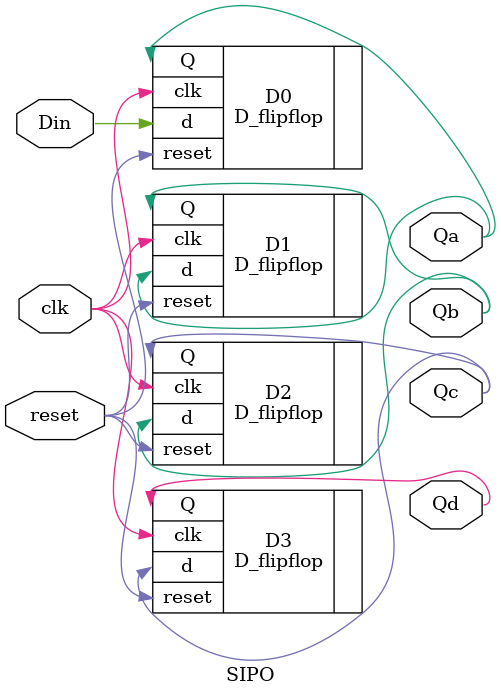
<source format=v>
`timescale 1ns / 1ps


module SIPO(
input clk, Din,reset,
output Qa,Qb,Qc,Qd);

 D_flipflop D0 (.d(Din), .clk(clk), .reset(reset), .Q(Qa));
 D_flipflop D1 (.d(Qa), .clk(clk), .reset(reset), .Q(Qb));
 D_flipflop D2 (.d(Qb), .clk(clk), .reset(reset), .Q(Qc));
 D_flipflop D3 (.d(Qc), .clk(clk), .reset(reset), .Q(Qd));


endmodule

</source>
